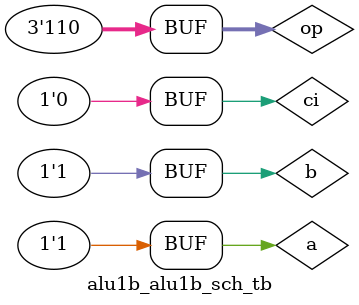
<source format=v>

`timescale 1ns / 1ps

module alu1b_alu1b_sch_tb();

// Inputs
   reg a;
   reg b;
   reg ci;
   reg [2:0] op;

// Output
   wire r;
   wire co;

// Bidirs

// Instantiate the UUT
   alu1b UUT (
		.a(a), 
		.b(b), 
		.ci(ci), 
		.r(r), 
		.co(co), 
		.op(op)
   );
// Initialize Inputs
initial begin
  ci = 0;
  b = 0;
  a = 0;
  op[2:0] = 000;
  // Wait 100ns for the simulator to finish initializing
  #100;
  #1;
  if ((r == 0))
    $display("okay and");
  else
    $display("fail 1");
	 
  #100;
  b = 1;
  a = 1;
  #100;
  if ((r==1))
		$display("okay and");
	else
		$display("fail 1");
		
	#100
	op[2:0] = 001;
	a = 0;
	b = 0;
	#100
	if ((r==0))
		$display("okay or");
	else
		$display("fail 1");
		
	
	a = 1;
	b = 0;
	#100
	if ((r==1))
		$display("okay or");
	else
		$display("fail 1");
		
	
	a = 0;
	b = 1;
	#100
	if ((r==1))
		$display("okay or");
	else
		$display("fail 1");
		
	
	a = 1;
	b = 1;
	#100
	if ((r==1))
		$display("okay or");
	else
		$display("fail 1");
		
	
	a = 1;
	b = 0;
	#100
	if ((r==1))
		$display("okay or");
	else
		$display("fail 1");
		
	op[2:0] = 010;
	#100;
  a = 1;
  #1;
  if ((r == 1) && (co == 0))
    $display("okay add");
  else
    $display("fail 1");
	 
  #100;
  a = 1;
  b = 1;
  #1;
  if ((r == 0) && (co == 1))
    $display("okay add");
  else
    $display("fail 1");
	 
  #100;
  a = 0;
  b = 1;
  #1;
  if ((r == 1) && (co == 0))
    $display("okay add");
  else
    $display("fail 1");
	 
  #100;
  a = 0;
  b = 0;
  #1;
  if ((r == 0) && (co == 0))
    $display("okay add");
  else
    $display("fail 1");
	 
  op[2:0] = 110;
  
  #100;
  a = 0;
  b = 0;
  #1;
  if ((r == 1) && (co == 0))
    $display("okay sub_1b");
  else
    $display("fail 1");
  #100;
  a = 0;
  b = 1;
  #1;
  if ((r == 0) && (co == 0))
    $display("okay sub_1b");
  else
    $display("fail 1");
  #100;
  a = 1;
  b = 0;
  #1;
  if ((r == 0) && (co == 1))
    $display("okay sub_1b");
  else
    $display("fail 1");
  #100;
  a = 1;
  b = 1;
  #1;
  if ((r == 1) && (co == 0))
    $display("okay sub_1b");
  else
    $display("fail 1");
end
endmodule

</source>
